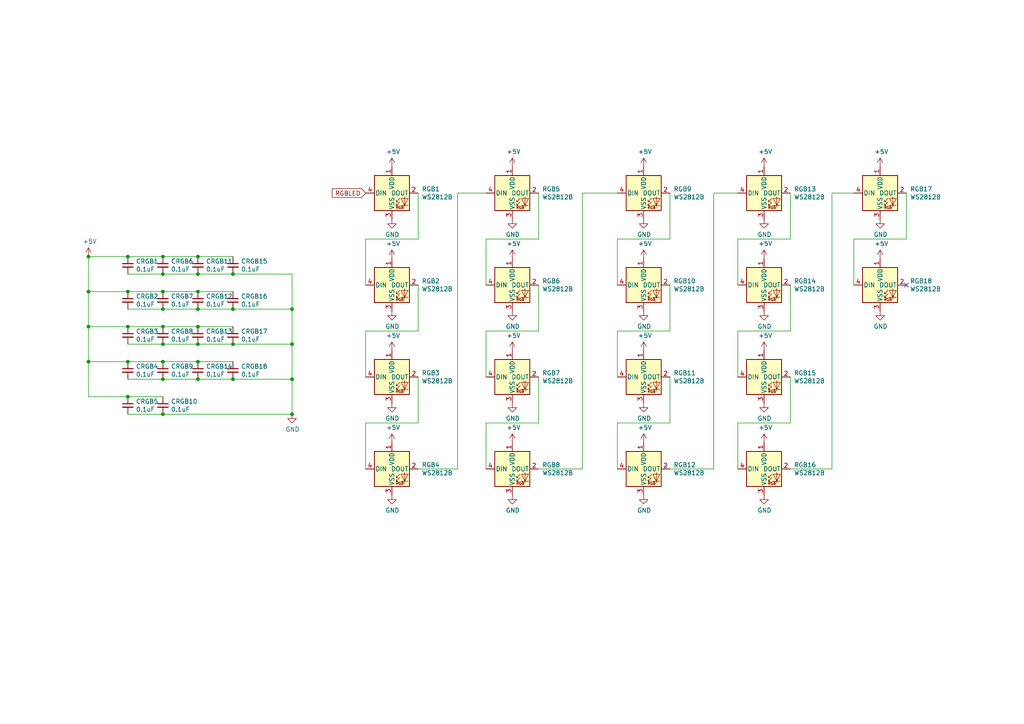
<source format=kicad_sch>
(kicad_sch (version 20211123) (generator eeschema)
  (paper "A4")
  (lib_symbols
    (symbol "KBD8X_MK2_Components:C_Small" (pin_numbers hide) (pin_names (offset 0.254) hide)
      (property "Reference" "C" (at 0.254 1.778 0))
      (property "Value" "C_Small" (at 0.254 -2.032 0))
      (symbol "C_Small_0_1"
        (polyline (pts (xy -1.524 -0.508) (xy 1.524 -0.508)) (stroke (width 0.3302)))
        (polyline (pts (xy -1.524 0.508) (xy 1.524 0.508)) (stroke (width 0.3048)))
      )
      (symbol "C_Small_1_1"
        (pin passive line (at 0 2.54 270) (length 2.032) (name "~") (number "1"))
        (pin passive line (at 0 -2.54 90) (length 2.032) (name "~") (number "2"))
      )
    )
    (symbol "KBD8X_MK2_Components:WS2812B" (pin_names (offset 0.254))
      (property "Reference" "D" (at 5.08 5.715 0))
      (property "Value" "WS2812B" (at 1.27 -5.715 0))
      (symbol "WS2812B_0_0"
        (text "RGB" (at 2.286 -4.191 0) (effects (font (size 0.762 0.762))))
      )
      (symbol "WS2812B_0_1"
        (polyline (pts (xy 1.27 -3.556) (xy 1.778 -3.556)))
        (polyline (pts (xy 1.27 -2.54) (xy 1.778 -2.54)))
        (polyline (pts (xy 4.699 -3.556) (xy 2.667 -3.556)))
        (polyline (pts (xy 2.286 -2.54) (xy 1.27 -3.556) (xy 1.27 -3.048)))
        (polyline (pts (xy 2.286 -1.524) (xy 1.27 -2.54) (xy 1.27 -2.032)))
        (polyline (pts (xy 3.683 -1.016) (xy 3.683 -3.556) (xy 3.683 -4.064)))
        (polyline (pts (xy 4.699 -1.524) (xy 2.667 -1.524) (xy 3.683 -3.556) (xy 4.699 -1.524)))
        (rectangle (start 5.08 5.08) (end -5.08 -5.08) (stroke (width 0.254)) (fill (type background)))
      )
      (symbol "WS2812B_1_1"
        (pin power_in line (at 0 7.62 270) (length 2.54) (name "VDD") (number "1"))
        (pin output line (at 7.62 0 180) (length 2.54) (name "DOUT") (number "2"))
        (pin power_in line (at 0 -7.62 90) (length 2.54) (name "VSS") (number "3"))
        (pin input line (at -7.62 0 0) (length 2.54) (name "DIN") (number "4"))
      )
    )
    (symbol "power:+5V" (power) (pin_names (offset 0))
      (property "Value" "+5V" (at 0 3.556 0))
      (symbol "+5V_0_1"
        (polyline (pts (xy -0.762 1.27) (xy 0 2.54)))
        (polyline (pts (xy 0 0) (xy 0 2.54)))
        (polyline (pts (xy 0 2.54) (xy 0.762 1.27)))
      )
      (symbol "+5V_1_1"
        (pin power_in line (at 0 0 90) (length 0) hide (name "+5V") (number "1"))
      )
    )
    (symbol "power:GND" (power) (pin_names (offset 0))
      (property "Value" "GND" (at 0 -3.81 0))
      (symbol "GND_0_1"
        (polyline (pts (xy 0 0) (xy 0 -1.27) (xy 1.27 -1.27) (xy 0 -2.54) (xy -1.27 -1.27) (xy 0 -1.27)))
      )
      (symbol "GND_1_1"
        (pin power_in line (at 0 0 270) (length 0) hide (name "GND") (number "1"))
      )
    )
  )
  (junction (at 25.654 104.902))
  (junction (at 47.244 89.662))
  (junction (at 47.244 109.982))
  (junction (at 84.709 89.662))
  (junction (at 67.564 79.502))
  (junction (at 84.709 109.982))
  (junction (at 47.244 99.822))
  (junction (at 57.404 99.822))
  (junction (at 57.404 79.502))
  (junction (at 57.404 94.742))
  (junction (at 84.709 99.822))
  (junction (at 37.084 115.062))
  (junction (at 57.404 104.902))
  (junction (at 84.709 120.142))
  (junction (at 57.404 109.982))
  (junction (at 37.084 94.742))
  (junction (at 67.564 99.822))
  (junction (at 37.084 84.582))
  (junction (at 25.654 74.422))
  (junction (at 25.654 94.742))
  (junction (at 47.244 79.502))
  (junction (at 57.404 74.422))
  (junction (at 47.244 84.582))
  (junction (at 47.244 120.142))
  (junction (at 37.084 74.422))
  (junction (at 67.564 109.982))
  (junction (at 67.564 89.662))
  (junction (at 57.404 84.582))
  (junction (at 47.244 104.902))
  (junction (at 47.244 94.742))
  (junction (at 47.244 74.422))
  (junction (at 57.404 89.662))
  (junction (at 37.084 104.902))
  (junction (at 25.654 84.582))
  (no_connect (at 262.89 82.677))
  (wire (pts (xy 67.564 74.422) (xy 57.404 74.422)))
  (wire (pts (xy 106.045 122.682) (xy 106.045 136.017)))
  (wire (pts (xy 84.709 79.502) (xy 84.709 89.662)))
  (wire (pts (xy 229.235 136.017) (xy 241.3 136.017)))
  (wire (pts (xy 84.709 120.142) (xy 84.709 109.982)))
  (wire (pts (xy 156.21 69.342) (xy 140.97 69.342)))
  (wire (pts (xy 229.235 69.342) (xy 213.995 69.342)))
  (wire (pts (xy 229.235 109.347) (xy 229.235 122.682)))
  (wire (pts (xy 132.715 56.007) (xy 140.97 56.007)))
  (wire (pts (xy 156.21 136.017) (xy 168.91 136.017)))
  (wire (pts (xy 156.21 56.007) (xy 156.21 69.342)))
  (wire (pts (xy 67.564 79.502) (xy 84.709 79.502)))
  (wire (pts (xy 57.404 74.422) (xy 47.244 74.422)))
  (wire (pts (xy 84.709 99.822) (xy 84.709 89.662)))
  (wire (pts (xy 194.31 69.342) (xy 179.07 69.342)))
  (wire (pts (xy 67.564 84.582) (xy 57.404 84.582)))
  (wire (pts (xy 156.21 122.682) (xy 140.97 122.682)))
  (wire (pts (xy 194.31 82.677) (xy 194.31 96.012)))
  (wire (pts (xy 47.244 109.982) (xy 57.404 109.982)))
  (wire (pts (xy 84.709 109.982) (xy 84.709 99.822)))
  (wire (pts (xy 37.084 109.982) (xy 47.244 109.982)))
  (wire (pts (xy 207.01 136.017) (xy 207.01 56.007)))
  (wire (pts (xy 121.285 109.347) (xy 121.285 122.682)))
  (wire (pts (xy 262.89 69.342) (xy 247.65 69.342)))
  (wire (pts (xy 213.995 69.342) (xy 213.995 82.677)))
  (wire (pts (xy 140.97 122.682) (xy 140.97 136.017)))
  (wire (pts (xy 194.31 96.012) (xy 179.07 96.012)))
  (wire (pts (xy 140.97 69.342) (xy 140.97 82.677)))
  (wire (pts (xy 229.235 122.682) (xy 213.995 122.682)))
  (wire (pts (xy 132.715 136.017) (xy 132.715 56.007)))
  (wire (pts (xy 47.244 104.902) (xy 37.084 104.902)))
  (wire (pts (xy 47.244 115.062) (xy 37.084 115.062)))
  (wire (pts (xy 25.654 94.742) (xy 25.654 84.582)))
  (wire (pts (xy 25.654 74.422) (xy 37.084 74.422)))
  (wire (pts (xy 67.564 99.822) (xy 84.709 99.822)))
  (wire (pts (xy 194.31 122.682) (xy 179.07 122.682)))
  (wire (pts (xy 229.235 96.012) (xy 213.995 96.012)))
  (wire (pts (xy 179.07 122.682) (xy 179.07 136.017)))
  (wire (pts (xy 168.91 56.007) (xy 179.07 56.007)))
  (wire (pts (xy 37.084 120.142) (xy 47.244 120.142)))
  (wire (pts (xy 57.404 109.982) (xy 67.564 109.982)))
  (wire (pts (xy 47.244 94.742) (xy 37.084 94.742)))
  (wire (pts (xy 57.404 94.742) (xy 47.244 94.742)))
  (wire (pts (xy 121.285 96.012) (xy 106.045 96.012)))
  (wire (pts (xy 179.07 69.342) (xy 179.07 82.677)))
  (wire (pts (xy 67.564 94.742) (xy 57.404 94.742)))
  (wire (pts (xy 213.995 122.682) (xy 213.995 136.017)))
  (wire (pts (xy 25.654 84.582) (xy 25.654 74.422)))
  (wire (pts (xy 37.084 115.062) (xy 25.654 115.062)))
  (wire (pts (xy 156.21 109.347) (xy 156.21 122.682)))
  (wire (pts (xy 57.404 89.662) (xy 67.564 89.662)))
  (wire (pts (xy 207.01 56.007) (xy 213.995 56.007)))
  (wire (pts (xy 121.285 56.007) (xy 121.285 69.342)))
  (wire (pts (xy 47.244 84.582) (xy 37.084 84.582)))
  (wire (pts (xy 47.244 74.422) (xy 37.084 74.422)))
  (wire (pts (xy 194.31 56.007) (xy 194.31 69.342)))
  (wire (pts (xy 247.65 69.342) (xy 247.65 82.677)))
  (wire (pts (xy 37.084 104.902) (xy 25.654 104.902)))
  (wire (pts (xy 67.564 109.982) (xy 84.709 109.982)))
  (wire (pts (xy 194.31 109.347) (xy 194.31 122.682)))
  (wire (pts (xy 57.404 104.902) (xy 47.244 104.902)))
  (wire (pts (xy 229.235 82.677) (xy 229.235 96.012)))
  (wire (pts (xy 106.045 69.342) (xy 106.045 82.677)))
  (wire (pts (xy 106.045 96.012) (xy 106.045 109.347)))
  (wire (pts (xy 25.654 84.582) (xy 37.084 84.582)))
  (wire (pts (xy 25.654 94.742) (xy 37.084 94.742)))
  (wire (pts (xy 156.21 82.677) (xy 156.21 96.012)))
  (wire (pts (xy 179.07 96.012) (xy 179.07 109.347)))
  (wire (pts (xy 47.244 79.502) (xy 57.404 79.502)))
  (wire (pts (xy 25.654 104.902) (xy 25.654 94.742)))
  (wire (pts (xy 57.404 99.822) (xy 67.564 99.822)))
  (wire (pts (xy 47.244 99.822) (xy 57.404 99.822)))
  (wire (pts (xy 262.89 56.007) (xy 262.89 69.342)))
  (wire (pts (xy 47.244 120.142) (xy 84.709 120.142)))
  (wire (pts (xy 241.3 136.017) (xy 241.3 56.007)))
  (wire (pts (xy 84.709 89.662) (xy 67.564 89.662)))
  (wire (pts (xy 57.404 84.582) (xy 47.244 84.582)))
  (wire (pts (xy 121.285 82.677) (xy 121.285 96.012)))
  (wire (pts (xy 37.084 99.822) (xy 47.244 99.822)))
  (wire (pts (xy 194.31 136.017) (xy 207.01 136.017)))
  (wire (pts (xy 37.084 89.662) (xy 47.244 89.662)))
  (wire (pts (xy 37.084 79.502) (xy 47.244 79.502)))
  (wire (pts (xy 121.285 136.017) (xy 132.715 136.017)))
  (wire (pts (xy 67.564 104.902) (xy 57.404 104.902)))
  (wire (pts (xy 57.404 79.502) (xy 67.564 79.502)))
  (wire (pts (xy 241.3 56.007) (xy 247.65 56.007)))
  (wire (pts (xy 168.91 136.017) (xy 168.91 56.007)))
  (wire (pts (xy 121.285 69.342) (xy 106.045 69.342)))
  (wire (pts (xy 213.995 96.012) (xy 213.995 109.347)))
  (wire (pts (xy 121.285 122.682) (xy 106.045 122.682)))
  (wire (pts (xy 140.97 96.012) (xy 140.97 109.347)))
  (wire (pts (xy 47.244 89.662) (xy 57.404 89.662)))
  (wire (pts (xy 156.21 96.012) (xy 140.97 96.012)))
  (wire (pts (xy 25.654 115.062) (xy 25.654 104.902)))
  (wire (pts (xy 229.235 56.007) (xy 229.235 69.342)))
  (global_label "RGBLED" (shape input) (at 106.045 56.007 180) (property "Intersheet References" "${INTERSHEET_REFS}" (effects hide)))
  (symbol (lib_id "KBD8X_MK2_Components:WS2812B") (at 113.665 56.007 0) (unit 1)
    (property "Reference" "RGB1" (at 122.3264 54.8386 0) (effects (justify left)))
    (property "Value" "WS2812B" (at 122.3264 57.15 0) (effects (justify left)))
    (property "Footprint" "LED_SMD:LED_WS2812B_PLCC4_5.0x5.0mm_P3.2mm" (effects hide))
    (property "Datasheet" "https://cdn-shop.adafruit.com/datasheets/WS2812B.pdf" (effects hide))
  )
  (symbol (lib_id "power:+5V") (at 113.665 48.387 0) (unit 1)
    (property "Reference" "#PWR0107" (effects hide))
    (property "Value" "+5V" (at 114.046 43.9928 0))
  )
  (symbol (lib_id "power:GND") (at 113.665 63.627 0) (unit 1)
    (property "Reference" "#PWR0108" (effects hide))
    (property "Value" "GND" (at 113.792 68.0212 0))
  )
  (symbol (lib_id "KBD8X_MK2_Components:WS2812B") (at 113.665 82.677 0) (unit 1)
    (property "Reference" "RGB2" (at 122.3264 81.5086 0) (effects (justify left)))
    (property "Value" "WS2812B" (at 122.3264 83.82 0) (effects (justify left)))
    (property "Footprint" "LED_SMD:LED_WS2812B_PLCC4_5.0x5.0mm_P3.2mm" (effects hide))
    (property "Datasheet" "https://cdn-shop.adafruit.com/datasheets/WS2812B.pdf" (effects hide))
  )
  (symbol (lib_id "power:+5V") (at 113.665 75.057 0) (unit 1)
    (property "Reference" "#PWR0109" (effects hide))
    (property "Value" "+5V" (at 114.046 70.6628 0))
  )
  (symbol (lib_id "power:GND") (at 113.665 90.297 0) (unit 1)
    (property "Reference" "#PWR0110" (effects hide))
    (property "Value" "GND" (at 113.792 94.6912 0))
  )
  (symbol (lib_id "KBD8X_MK2_Components:WS2812B") (at 113.665 109.347 0) (unit 1)
    (property "Reference" "RGB3" (at 122.3264 108.1786 0) (effects (justify left)))
    (property "Value" "WS2812B" (at 122.3264 110.49 0) (effects (justify left)))
    (property "Footprint" "LED_SMD:LED_WS2812B_PLCC4_5.0x5.0mm_P3.2mm" (effects hide))
    (property "Datasheet" "https://cdn-shop.adafruit.com/datasheets/WS2812B.pdf" (effects hide))
  )
  (symbol (lib_id "power:+5V") (at 113.665 101.727 0) (unit 1)
    (property "Reference" "#PWR0111" (effects hide))
    (property "Value" "+5V" (at 114.046 97.3328 0))
  )
  (symbol (lib_id "power:GND") (at 113.665 116.967 0) (unit 1)
    (property "Reference" "#PWR0112" (effects hide))
    (property "Value" "GND" (at 113.792 121.3612 0))
  )
  (symbol (lib_id "KBD8X_MK2_Components:WS2812B") (at 113.665 136.017 0) (unit 1)
    (property "Reference" "RGB4" (at 122.3264 134.8486 0) (effects (justify left)))
    (property "Value" "WS2812B" (at 122.3264 137.16 0) (effects (justify left)))
    (property "Footprint" "LED_SMD:LED_WS2812B_PLCC4_5.0x5.0mm_P3.2mm" (effects hide))
    (property "Datasheet" "https://cdn-shop.adafruit.com/datasheets/WS2812B.pdf" (effects hide))
  )
  (symbol (lib_id "power:+5V") (at 113.665 128.397 0) (unit 1)
    (property "Reference" "#PWR0113" (effects hide))
    (property "Value" "+5V" (at 114.046 124.0028 0))
  )
  (symbol (lib_id "power:GND") (at 113.665 143.637 0) (unit 1)
    (property "Reference" "#PWR0114" (effects hide))
    (property "Value" "GND" (at 113.792 148.0312 0))
  )
  (symbol (lib_id "KBD8X_MK2_Components:WS2812B") (at 148.59 56.007 0) (unit 1)
    (property "Reference" "RGB5" (at 157.2514 54.8386 0) (effects (justify left)))
    (property "Value" "WS2812B" (at 157.2514 57.15 0) (effects (justify left)))
    (property "Footprint" "LED_SMD:LED_WS2812B_PLCC4_5.0x5.0mm_P3.2mm" (effects hide))
    (property "Datasheet" "https://cdn-shop.adafruit.com/datasheets/WS2812B.pdf" (effects hide))
  )
  (symbol (lib_id "power:+5V") (at 148.59 48.387 0) (unit 1)
    (property "Reference" "#PWR0115" (effects hide))
    (property "Value" "+5V" (at 148.971 43.9928 0))
  )
  (symbol (lib_id "power:GND") (at 148.59 63.627 0) (unit 1)
    (property "Reference" "#PWR0116" (effects hide))
    (property "Value" "GND" (at 148.717 68.0212 0))
  )
  (symbol (lib_id "KBD8X_MK2_Components:WS2812B") (at 148.59 82.677 0) (unit 1)
    (property "Reference" "RGB6" (at 157.2514 81.5086 0) (effects (justify left)))
    (property "Value" "WS2812B" (at 157.2514 83.82 0) (effects (justify left)))
    (property "Footprint" "LED_SMD:LED_WS2812B_PLCC4_5.0x5.0mm_P3.2mm" (effects hide))
    (property "Datasheet" "https://cdn-shop.adafruit.com/datasheets/WS2812B.pdf" (effects hide))
  )
  (symbol (lib_id "power:+5V") (at 148.59 75.057 0) (unit 1)
    (property "Reference" "#PWR0117" (effects hide))
    (property "Value" "+5V" (at 148.971 70.6628 0))
  )
  (symbol (lib_id "power:GND") (at 148.59 90.297 0) (unit 1)
    (property "Reference" "#PWR0118" (effects hide))
    (property "Value" "GND" (at 148.717 94.6912 0))
  )
  (symbol (lib_id "KBD8X_MK2_Components:WS2812B") (at 148.59 109.347 0) (unit 1)
    (property "Reference" "RGB7" (at 157.2514 108.1786 0) (effects (justify left)))
    (property "Value" "WS2812B" (at 157.2514 110.49 0) (effects (justify left)))
    (property "Footprint" "LED_SMD:LED_WS2812B_PLCC4_5.0x5.0mm_P3.2mm" (effects hide))
    (property "Datasheet" "https://cdn-shop.adafruit.com/datasheets/WS2812B.pdf" (effects hide))
  )
  (symbol (lib_id "power:+5V") (at 148.59 101.727 0) (unit 1)
    (property "Reference" "#PWR0119" (effects hide))
    (property "Value" "+5V" (at 148.971 97.3328 0))
  )
  (symbol (lib_id "power:GND") (at 148.59 116.967 0) (unit 1)
    (property "Reference" "#PWR0120" (effects hide))
    (property "Value" "GND" (at 148.717 121.3612 0))
  )
  (symbol (lib_id "KBD8X_MK2_Components:WS2812B") (at 148.59 136.017 0) (unit 1)
    (property "Reference" "RGB8" (at 157.2514 134.8486 0) (effects (justify left)))
    (property "Value" "WS2812B" (at 157.2514 137.16 0) (effects (justify left)))
    (property "Footprint" "LED_SMD:LED_WS2812B_PLCC4_5.0x5.0mm_P3.2mm" (effects hide))
    (property "Datasheet" "https://cdn-shop.adafruit.com/datasheets/WS2812B.pdf" (effects hide))
  )
  (symbol (lib_id "power:+5V") (at 148.59 128.397 0) (unit 1)
    (property "Reference" "#PWR0121" (effects hide))
    (property "Value" "+5V" (at 148.971 124.0028 0))
  )
  (symbol (lib_id "power:GND") (at 148.59 143.637 0) (unit 1)
    (property "Reference" "#PWR0122" (effects hide))
    (property "Value" "GND" (at 148.717 148.0312 0))
  )
  (symbol (lib_id "KBD8X_MK2_Components:WS2812B") (at 186.69 56.007 0) (unit 1)
    (property "Reference" "RGB9" (at 195.3514 54.8386 0) (effects (justify left)))
    (property "Value" "WS2812B" (at 195.3514 57.15 0) (effects (justify left)))
    (property "Footprint" "LED_SMD:LED_WS2812B_PLCC4_5.0x5.0mm_P3.2mm" (effects hide))
    (property "Datasheet" "https://cdn-shop.adafruit.com/datasheets/WS2812B.pdf" (effects hide))
  )
  (symbol (lib_id "power:+5V") (at 186.69 48.387 0) (unit 1)
    (property "Reference" "#PWR0123" (effects hide))
    (property "Value" "+5V" (at 187.071 43.9928 0))
  )
  (symbol (lib_id "power:GND") (at 186.69 63.627 0) (unit 1)
    (property "Reference" "#PWR0124" (effects hide))
    (property "Value" "GND" (at 186.817 68.0212 0))
  )
  (symbol (lib_id "KBD8X_MK2_Components:WS2812B") (at 186.69 82.677 0) (unit 1)
    (property "Reference" "RGB10" (at 195.3514 81.5086 0) (effects (justify left)))
    (property "Value" "WS2812B" (at 195.3514 83.82 0) (effects (justify left)))
    (property "Footprint" "LED_SMD:LED_WS2812B_PLCC4_5.0x5.0mm_P3.2mm" (effects hide))
    (property "Datasheet" "https://cdn-shop.adafruit.com/datasheets/WS2812B.pdf" (effects hide))
  )
  (symbol (lib_id "power:+5V") (at 186.69 75.057 0) (unit 1)
    (property "Reference" "#PWR0125" (effects hide))
    (property "Value" "+5V" (at 187.071 70.6628 0))
  )
  (symbol (lib_id "power:GND") (at 186.69 90.297 0) (unit 1)
    (property "Reference" "#PWR0126" (effects hide))
    (property "Value" "GND" (at 186.817 94.6912 0))
  )
  (symbol (lib_id "KBD8X_MK2_Components:WS2812B") (at 186.69 109.347 0) (unit 1)
    (property "Reference" "RGB11" (at 195.3514 108.1786 0) (effects (justify left)))
    (property "Value" "WS2812B" (at 195.3514 110.49 0) (effects (justify left)))
    (property "Footprint" "LED_SMD:LED_WS2812B_PLCC4_5.0x5.0mm_P3.2mm" (effects hide))
    (property "Datasheet" "https://cdn-shop.adafruit.com/datasheets/WS2812B.pdf" (effects hide))
  )
  (symbol (lib_id "power:+5V") (at 186.69 101.727 0) (unit 1)
    (property "Reference" "#PWR0127" (effects hide))
    (property "Value" "+5V" (at 187.071 97.3328 0))
  )
  (symbol (lib_id "power:GND") (at 186.69 116.967 0) (unit 1)
    (property "Reference" "#PWR0128" (effects hide))
    (property "Value" "GND" (at 186.817 121.3612 0))
  )
  (symbol (lib_id "KBD8X_MK2_Components:WS2812B") (at 186.69 136.017 0) (unit 1)
    (property "Reference" "RGB12" (at 195.3514 134.8486 0) (effects (justify left)))
    (property "Value" "WS2812B" (at 195.3514 137.16 0) (effects (justify left)))
    (property "Footprint" "LED_SMD:LED_WS2812B_PLCC4_5.0x5.0mm_P3.2mm" (effects hide))
    (property "Datasheet" "https://cdn-shop.adafruit.com/datasheets/WS2812B.pdf" (effects hide))
  )
  (symbol (lib_id "power:+5V") (at 186.69 128.397 0) (unit 1)
    (property "Reference" "#PWR0129" (effects hide))
    (property "Value" "+5V" (at 187.071 124.0028 0))
  )
  (symbol (lib_id "power:GND") (at 186.69 143.637 0) (unit 1)
    (property "Reference" "#PWR0130" (effects hide))
    (property "Value" "GND" (at 186.817 148.0312 0))
  )
  (symbol (lib_id "KBD8X_MK2_Components:WS2812B") (at 221.615 56.007 0) (unit 1)
    (property "Reference" "RGB13" (at 230.2764 54.8386 0) (effects (justify left)))
    (property "Value" "WS2812B" (at 230.2764 57.15 0) (effects (justify left)))
    (property "Footprint" "LED_SMD:LED_WS2812B_PLCC4_5.0x5.0mm_P3.2mm" (effects hide))
    (property "Datasheet" "https://cdn-shop.adafruit.com/datasheets/WS2812B.pdf" (effects hide))
  )
  (symbol (lib_id "power:+5V") (at 221.615 48.387 0) (unit 1)
    (property "Reference" "#PWR0131" (effects hide))
    (property "Value" "+5V" (at 221.996 43.9928 0))
  )
  (symbol (lib_id "power:GND") (at 221.615 63.627 0) (unit 1)
    (property "Reference" "#PWR0132" (effects hide))
    (property "Value" "GND" (at 221.742 68.0212 0))
  )
  (symbol (lib_id "KBD8X_MK2_Components:WS2812B") (at 221.615 82.677 0) (unit 1)
    (property "Reference" "RGB14" (at 230.2764 81.5086 0) (effects (justify left)))
    (property "Value" "WS2812B" (at 230.2764 83.82 0) (effects (justify left)))
    (property "Footprint" "LED_SMD:LED_WS2812B_PLCC4_5.0x5.0mm_P3.2mm" (effects hide))
    (property "Datasheet" "https://cdn-shop.adafruit.com/datasheets/WS2812B.pdf" (effects hide))
  )
  (symbol (lib_id "power:+5V") (at 221.615 75.057 0) (unit 1)
    (property "Reference" "#PWR0133" (effects hide))
    (property "Value" "+5V" (at 221.996 70.6628 0))
  )
  (symbol (lib_id "power:GND") (at 221.615 90.297 0) (unit 1)
    (property "Reference" "#PWR0134" (effects hide))
    (property "Value" "GND" (at 221.742 94.6912 0))
  )
  (symbol (lib_id "KBD8X_MK2_Components:WS2812B") (at 221.615 109.347 0) (unit 1)
    (property "Reference" "RGB15" (at 230.2764 108.1786 0) (effects (justify left)))
    (property "Value" "WS2812B" (at 230.2764 110.49 0) (effects (justify left)))
    (property "Footprint" "LED_SMD:LED_WS2812B_PLCC4_5.0x5.0mm_P3.2mm" (effects hide))
    (property "Datasheet" "https://cdn-shop.adafruit.com/datasheets/WS2812B.pdf" (effects hide))
  )
  (symbol (lib_id "power:+5V") (at 221.615 101.727 0) (unit 1)
    (property "Reference" "#PWR0135" (effects hide))
    (property "Value" "+5V" (at 221.996 97.3328 0))
  )
  (symbol (lib_id "power:GND") (at 221.615 116.967 0) (unit 1)
    (property "Reference" "#PWR0136" (effects hide))
    (property "Value" "GND" (at 221.742 121.3612 0))
  )
  (symbol (lib_id "KBD8X_MK2_Components:WS2812B") (at 221.615 136.017 0) (unit 1)
    (property "Reference" "RGB16" (at 230.2764 134.8486 0) (effects (justify left)))
    (property "Value" "WS2812B" (at 230.2764 137.16 0) (effects (justify left)))
    (property "Footprint" "LED_SMD:LED_WS2812B_PLCC4_5.0x5.0mm_P3.2mm" (effects hide))
    (property "Datasheet" "https://cdn-shop.adafruit.com/datasheets/WS2812B.pdf" (effects hide))
  )
  (symbol (lib_id "power:+5V") (at 221.615 128.397 0) (unit 1)
    (property "Reference" "#PWR0137" (effects hide))
    (property "Value" "+5V" (at 221.996 124.0028 0))
  )
  (symbol (lib_id "power:GND") (at 221.615 143.637 0) (unit 1)
    (property "Reference" "#PWR0138" (effects hide))
    (property "Value" "GND" (at 221.742 148.0312 0))
  )
  (symbol (lib_id "KBD8X_MK2_Components:WS2812B") (at 255.27 56.007 0) (unit 1)
    (property "Reference" "RGB17" (at 263.9314 54.8386 0) (effects (justify left)))
    (property "Value" "WS2812B" (at 263.9314 57.15 0) (effects (justify left)))
    (property "Footprint" "LED_SMD:LED_WS2812B_PLCC4_5.0x5.0mm_P3.2mm" (effects hide))
    (property "Datasheet" "https://cdn-shop.adafruit.com/datasheets/WS2812B.pdf" (effects hide))
  )
  (symbol (lib_id "power:+5V") (at 255.27 48.387 0) (unit 1)
    (property "Reference" "#PWR0139" (effects hide))
    (property "Value" "+5V" (at 255.651 43.9928 0))
  )
  (symbol (lib_id "power:GND") (at 255.27 63.627 0) (unit 1)
    (property "Reference" "#PWR0140" (effects hide))
    (property "Value" "GND" (at 255.397 68.0212 0))
  )
  (symbol (lib_id "KBD8X_MK2_Components:WS2812B") (at 255.27 82.677 0) (unit 1)
    (property "Reference" "RGB18" (at 263.9314 81.5086 0) (effects (justify left)))
    (property "Value" "WS2812B" (at 263.9314 83.82 0) (effects (justify left)))
    (property "Footprint" "LED_SMD:LED_WS2812B_PLCC4_5.0x5.0mm_P3.2mm" (effects hide))
    (property "Datasheet" "https://cdn-shop.adafruit.com/datasheets/WS2812B.pdf" (effects hide))
  )
  (symbol (lib_id "power:+5V") (at 255.27 75.057 0) (unit 1)
    (property "Reference" "#PWR0141" (effects hide))
    (property "Value" "+5V" (at 255.651 70.6628 0))
  )
  (symbol (lib_id "power:GND") (at 255.27 90.297 0) (unit 1)
    (property "Reference" "#PWR0142" (effects hide))
    (property "Value" "GND" (at 255.397 94.6912 0))
  )
  (symbol (lib_id "KBD8X_MK2_Components:C_Small") (at 37.084 76.962 0) (unit 1)
    (property "Reference" "CRGB1" (at 39.4208 75.7936 0) (effects (justify left)))
    (property "Value" "0.1uF" (at 39.4208 78.105 0) (effects (justify left)))
    (property "Footprint" "KBD8X_MK2_Components:C_0603" (effects hide))
  )
  (symbol (lib_id "KBD8X_MK2_Components:C_Small") (at 47.244 76.962 0) (unit 1)
    (property "Reference" "CRGB6" (at 49.5808 75.7936 0) (effects (justify left)))
    (property "Value" "0.1uF" (at 49.5808 78.105 0) (effects (justify left)))
    (property "Footprint" "KBD8X_MK2_Components:C_0603" (effects hide))
  )
  (symbol (lib_id "KBD8X_MK2_Components:C_Small") (at 57.404 76.962 0) (unit 1)
    (property "Reference" "CRGB11" (at 59.7408 75.7936 0) (effects (justify left)))
    (property "Value" "0.1uF" (at 59.7408 78.105 0) (effects (justify left)))
    (property "Footprint" "KBD8X_MK2_Components:C_0603" (effects hide))
  )
  (symbol (lib_id "KBD8X_MK2_Components:C_Small") (at 67.564 76.962 0) (unit 1)
    (property "Reference" "CRGB15" (at 69.9008 75.7936 0) (effects (justify left)))
    (property "Value" "0.1uF" (at 69.9008 78.105 0) (effects (justify left)))
    (property "Footprint" "KBD8X_MK2_Components:C_0603" (effects hide))
  )
  (symbol (lib_id "KBD8X_MK2_Components:C_Small") (at 37.084 87.122 0) (unit 1)
    (property "Reference" "CRGB2" (at 39.4208 85.9536 0) (effects (justify left)))
    (property "Value" "0.1uF" (at 39.4208 88.265 0) (effects (justify left)))
    (property "Footprint" "KBD8X_MK2_Components:C_0603" (effects hide))
  )
  (symbol (lib_id "KBD8X_MK2_Components:C_Small") (at 47.244 87.122 0) (unit 1)
    (property "Reference" "CRGB7" (at 49.5808 85.9536 0) (effects (justify left)))
    (property "Value" "0.1uF" (at 49.5808 88.265 0) (effects (justify left)))
    (property "Footprint" "KBD8X_MK2_Components:C_0603" (effects hide))
  )
  (symbol (lib_id "KBD8X_MK2_Components:C_Small") (at 57.404 87.122 0) (unit 1)
    (property "Reference" "CRGB12" (at 59.7408 85.9536 0) (effects (justify left)))
    (property "Value" "0.1uF" (at 59.7408 88.265 0) (effects (justify left)))
    (property "Footprint" "KBD8X_MK2_Components:C_0603" (effects hide))
  )
  (symbol (lib_id "KBD8X_MK2_Components:C_Small") (at 67.564 87.122 0) (unit 1)
    (property "Reference" "CRGB16" (at 69.9008 85.9536 0) (effects (justify left)))
    (property "Value" "0.1uF" (at 69.9008 88.265 0) (effects (justify left)))
    (property "Footprint" "KBD8X_MK2_Components:C_0603" (effects hide))
  )
  (symbol (lib_id "KBD8X_MK2_Components:C_Small") (at 37.084 97.282 0) (unit 1)
    (property "Reference" "CRGB3" (at 39.4208 96.1136 0) (effects (justify left)))
    (property "Value" "0.1uF" (at 39.4208 98.425 0) (effects (justify left)))
    (property "Footprint" "KBD8X_MK2_Components:C_0603" (effects hide))
  )
  (symbol (lib_id "KBD8X_MK2_Components:C_Small") (at 47.244 97.282 0) (unit 1)
    (property "Reference" "CRGB8" (at 49.5808 96.1136 0) (effects (justify left)))
    (property "Value" "0.1uF" (at 49.5808 98.425 0) (effects (justify left)))
    (property "Footprint" "KBD8X_MK2_Components:C_0603" (effects hide))
  )
  (symbol (lib_id "KBD8X_MK2_Components:C_Small") (at 57.404 97.282 0) (unit 1)
    (property "Reference" "CRGB13" (at 59.7408 96.1136 0) (effects (justify left)))
    (property "Value" "0.1uF" (at 59.7408 98.425 0) (effects (justify left)))
    (property "Footprint" "KBD8X_MK2_Components:C_0603" (effects hide))
  )
  (symbol (lib_id "KBD8X_MK2_Components:C_Small") (at 67.564 97.282 0) (unit 1)
    (property "Reference" "CRGB17" (at 69.9008 96.1136 0) (effects (justify left)))
    (property "Value" "0.1uF" (at 69.9008 98.425 0) (effects (justify left)))
    (property "Footprint" "KBD8X_MK2_Components:C_0603" (effects hide))
  )
  (symbol (lib_id "KBD8X_MK2_Components:C_Small") (at 37.084 107.442 0) (unit 1)
    (property "Reference" "CRGB4" (at 39.4208 106.2736 0) (effects (justify left)))
    (property "Value" "0.1uF" (at 39.4208 108.585 0) (effects (justify left)))
    (property "Footprint" "KBD8X_MK2_Components:C_0603" (effects hide))
  )
  (symbol (lib_id "KBD8X_MK2_Components:C_Small") (at 47.244 107.442 0) (unit 1)
    (property "Reference" "CRGB9" (at 49.5808 106.2736 0) (effects (justify left)))
    (property "Value" "0.1uF" (at 49.5808 108.585 0) (effects (justify left)))
    (property "Footprint" "KBD8X_MK2_Components:C_0603" (effects hide))
  )
  (symbol (lib_id "KBD8X_MK2_Components:C_Small") (at 57.404 107.442 0) (unit 1)
    (property "Reference" "CRGB14" (at 59.7408 106.2736 0) (effects (justify left)))
    (property "Value" "0.1uF" (at 59.7408 108.585 0) (effects (justify left)))
    (property "Footprint" "KBD8X_MK2_Components:C_0603" (effects hide))
  )
  (symbol (lib_id "KBD8X_MK2_Components:C_Small") (at 67.564 107.442 0) (unit 1)
    (property "Reference" "CRGB18" (at 69.9008 106.2736 0) (effects (justify left)))
    (property "Value" "0.1uF" (at 69.9008 108.585 0) (effects (justify left)))
    (property "Footprint" "KBD8X_MK2_Components:C_0603" (effects hide))
  )
  (symbol (lib_id "power:+5V") (at 25.654 74.422 0) (unit 1)
    (property "Reference" "#PWR0143" (effects hide))
    (property "Value" "+5V" (at 26.035 70.0278 0))
  )
  (symbol (lib_id "KBD8X_MK2_Components:C_Small") (at 37.084 117.602 0) (unit 1)
    (property "Reference" "CRGB5" (at 39.4208 116.4336 0) (effects (justify left)))
    (property "Value" "0.1uF" (at 39.4208 118.745 0) (effects (justify left)))
    (property "Footprint" "KBD8X_MK2_Components:C_0603" (effects hide))
  )
  (symbol (lib_id "KBD8X_MK2_Components:C_Small") (at 47.244 117.602 0) (unit 1)
    (property "Reference" "CRGB10" (at 49.5808 116.4336 0) (effects (justify left)))
    (property "Value" "0.1uF" (at 49.5808 118.745 0) (effects (justify left)))
    (property "Footprint" "KBD8X_MK2_Components:C_0603" (effects hide))
  )
  (symbol (lib_id "power:GND") (at 84.709 120.142 0) (unit 1)
    (property "Reference" "#PWR0144" (effects hide))
    (property "Value" "GND" (at 84.836 124.5362 0))
  )
)
</source>
